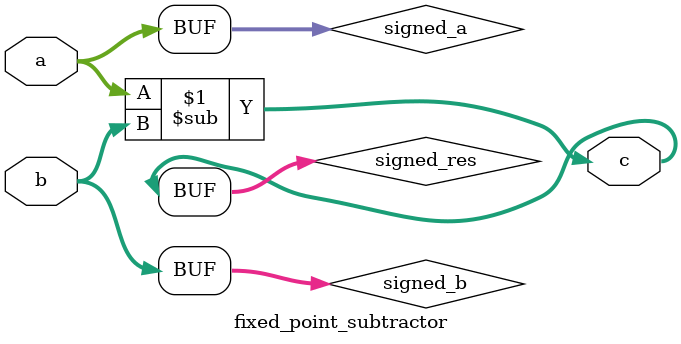
<source format=sv>
module fixed_point_subtractor #(parameter Q = 8, parameter N = 16) (
    input wire [N-1:0] a,
    input wire [N-1:0] b,
    output wire [N-1:0] c
);

    wire signed [N-1:0] signed_a;
    wire signed [N-1:0] signed_b;
    wire signed [N-1:0] signed_res;

    assign signed_a = a;
    assign signed_b = b;
    assign signed_res = signed_a - signed_b;

    assign c = signed_res;

endmodule
</source>
